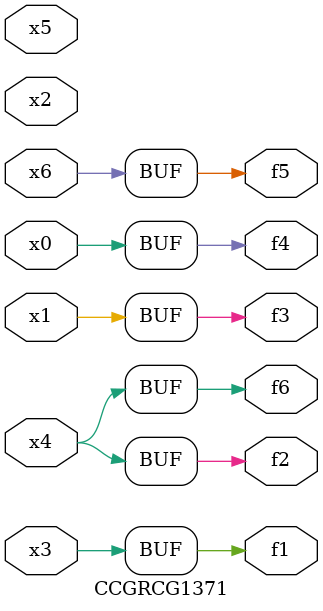
<source format=v>
module CCGRCG1371(
	input x0, x1, x2, x3, x4, x5, x6,
	output f1, f2, f3, f4, f5, f6
);
	assign f1 = x3;
	assign f2 = x4;
	assign f3 = x1;
	assign f4 = x0;
	assign f5 = x6;
	assign f6 = x4;
endmodule

</source>
